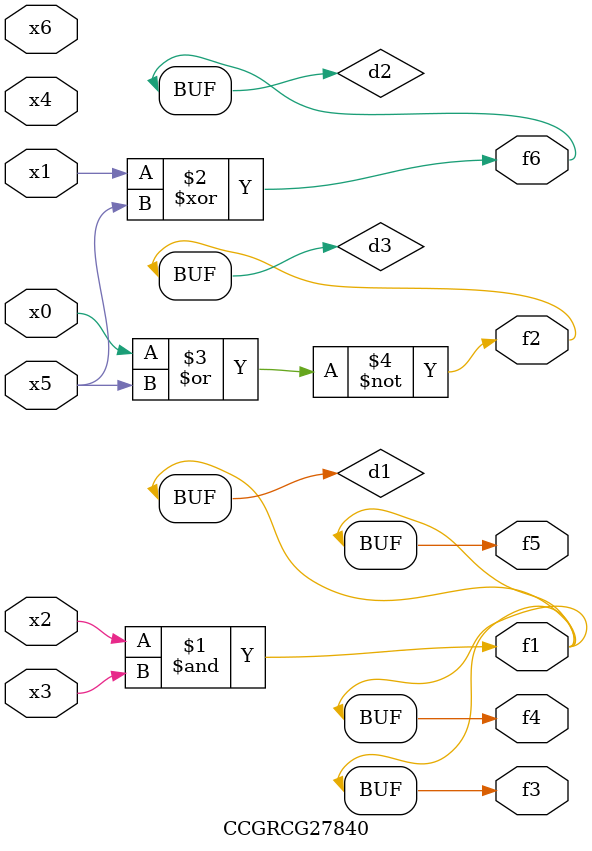
<source format=v>
module CCGRCG27840(
	input x0, x1, x2, x3, x4, x5, x6,
	output f1, f2, f3, f4, f5, f6
);

	wire d1, d2, d3;

	and (d1, x2, x3);
	xor (d2, x1, x5);
	nor (d3, x0, x5);
	assign f1 = d1;
	assign f2 = d3;
	assign f3 = d1;
	assign f4 = d1;
	assign f5 = d1;
	assign f6 = d2;
endmodule

</source>
